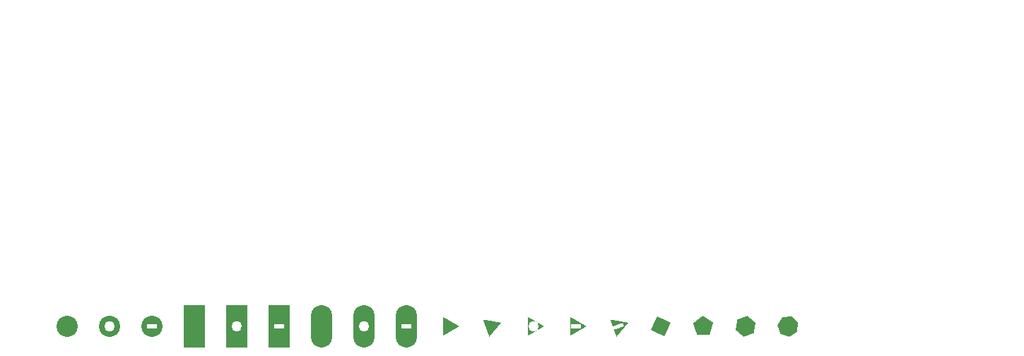
<source format=gts>
G04 not all apertures can be rotated an arbitrary angle, this file contains the others*
G75*
G70*
%OFA0B0*%
%FSLAX24Y24*%
%IPPOS*%
%LPD*%
%ADD10C,0*%
%ADD11C,0.1*%
%ADD12C,0.1X0.05*%
%ADD13C,0.1X0.05X0.02*%
%ADD14R,0.1X0.2*%
%ADD15R,0.1X0.2X0.05*%
%ADD16R,0.1X0.2X0.05X0.02*%
%ADD17O,0.1X0.2*%
%ADD18O,0.1X0.2X0.05*%
%ADD19O,0.1X0.2X0.05X0.02*%
%ADD20P,0.1X3*%
%ADD21P,0.1X3X20*%
%ADD22P,0.1X3X0X0.05*%
%ADD23P,0.1X3X0X0.05X0.02*%
%ADD24P,0.1X3X20X0.05X0.02*%
%ADD25P,0.1X4X20*%
%ADD26P,0.1X5X20*%
%ADD27P,0.1X6X20*%
%ADD28P,0.1X7X20*%
%AMM29*0 a comment*ADD29M29*%
%AMM30*1,1,0.1,0,0*ADD30M30*%
%AMM31*1,1,0.1,0.02,0.05*ADD31M31*%
%AMM32*2,1,0.01,0,0,0.05,0.1,0*ADD32M32*%
%AMM33*2,1,0.01,0,0,0.05,0.1,90*ADD33M33*%
%AMM34*20,1,0.01,0,0,0.05,0.1,0*ADD34M34*%
%AMM35*20,1,0.01,0,0,0.05,0.1,20*ADD35M35*%
%AMM36*21,1,0.1,0.01,0,0,0*ADD36M36*%
%AMM37*21,1,0.1,0.01,0.02,0.05,0*ADD37M37*%
%AMM38*21,1,0.1,0.01,0,0,20*ADD38M38*%
%AMM39*21,1,0.1,0.01,0.02,0.05,20*ADD39M39*%
%AMM40*22,1,0.1,0.01,0,0,0*ADD40M40*%
%AMM41*22,1,0.1,0.01,0.02,0.05,0*ADD41M41*%
%AMM42*22,1,0.1,0.01,0,0,20*ADD42M42*%
%AMM43*22,1,0.1,0.01,0.02,0.05,20*ADD43M43*%
%AMM44*4,1,4,0.00,0.01,0.04,0.06,0.07,0.04,0.06,0.00,0.00,0.01,0*ADD44M44*%
%AMM45*4,1,4,0.00,0.01,0.04,0.06,0.07,0.04,0.06,0.00,0.00,0.01,90*ADD45M45*%
%AMM46*5,1,3,0,0,0.1,0*ADD46M46*%
%AMM47*5,1,3,0.02,0.05,0.1,0*ADD47M47*%
%AMM48*5,1,3,0,0,0.1,20*ADD48M48*%
%AMM49*5,1,4,0,0,0.1,0*ADD49M49*%
%AMM50*5,1,5,0,0,0.1,0*ADD50M50*%
%AMM51*5,1,6,0,0,0.1,0*ADD51M51*%
%AMM52*5,1,7,0,0,0.1,0*ADD52M52*%
%AMM53*6,0,0,0.1,0.005,0.005,1,0.01,0.12,0*ADD53M53*%
%AMM54*6,0,0,0.1,0.005,0.005,2,0.01,0.12,0*ADD54M54*%
%AMM55*6,0,0,0.1,0.005,0.005,3,0.01,0.12,0*ADD55M55*%
%AMM56*6,0.02,0.05,0.1,0.01,0.015,2,0.01,0.12,0*ADD56M56*%
%AMM57*6,0,0,0.1,0.01,0.015,2,0.004,0.12,20*ADD57M57*%
%AMM58*6,0,0,0.1,0.06,0.015,10,0.01,0.12,0*ADD58M58*%
%AMM59*6,0,0,0.1,0.01,0.06,10,0.01,0.12,0*ADD59M59*%
%AMM60*7,0,0,0.1,0.075,0.04,0*ADD60M60*%
%AMM61*7,0.02,0.05,0.1,0.075,0.04,0*ADD61M61*%
%AMM62*7,0,0,0.1,0.075,0.04,20*ADD62M62*%
%AMM63*1,1,0.2,0,0*1,0,0.1,0,0*ADD63M63*%
%AMM64*1,1,0.2,0,0*1,0,0.1,0.02,0.05*ADD64M64*%
%AMM65*1,1,0.2,0,0*2,0,0.01,0,0,0.05,0.1,0*ADD65M65*%
%AMM66*1,1,0.2,0,0*2,0,0.01,0,0,0.05,0.1,90*ADD66M66*%
%AMM67*1,1,0.2,0,0*20,0,0.01,0,0,0.05,0.1,0*ADD67M67*%
%AMM68*1,1,0.2,0,0*20,0,0.01,0,0,0.05,0.1,20*ADD68M68*%
%AMM69*1,1,0.2,0,0*21,0,0.1,0.01,0,0,0*ADD69M69*%
%AMM70*1,1,0.2,0,0*21,0,0.1,0.01,0.02,0.05,0*ADD70M70*%
%AMM71*1,1,0.2,0,0*21,0,0.1,0.01,0,0,20*ADD71M71*%
%AMM72*1,1,0.2,0,0*21,0,0.1,0.01,0.02,0.05,20*ADD72M72*%
%AMM73*1,1,0.2,0,0*22,0,0.1,0.01,0,0,0*ADD73M73*%
%AMM74*1,1,0.2,0,0*22,0,0.1,0.01,0.02,0.05,0*ADD74M74*%
%AMM75*1,1,0.2,0,0*22,0,0.1,0.01,0,0,20*ADD75M75*%
%AMM76*1,1,0.2,0,0*22,0,0.1,0.01,0.02,0.05,20*ADD76M76*%
%AMM77*1,1,0.2,0,0*4,0,4,0.00,0.01,0.04,0.06,0.07,0.04,0.06,0.00,0.00,0.01,0*ADD77M77*%
%AMM78*1,1,0.2,0,0*4,0,4,0.00,0.01,0.04,0.06,0.07,0.04,0.06,0.00,0.00,0.01,90*ADD78M78*%
%AMM79*1,1,0.2,0,0*5,0,3,0,0,0.1,0*ADD79M79*%
%AMM80*1,1,0.2,0,0*5,0,3,0.02,0.05,0.1,0*ADD80M80*%
%AMM81*1,1,0.2,0,0*5,0,3,0,0,0.1,20*ADD81M81*%
%AMM82*1,1,0.2,0,0*5,0,4,0,0,0.1,0*ADD82M82*%
%AMM83*1,1,0.2,0,0*5,0,5,0,0,0.1,0*ADD83M83*%
%AMM84*1,1,0.2,0,0*5,0,6,0,0,0.1,0*ADD84M84*%
%AMM85*1,1,0.2,0,0*5,0,7,0,0,0.1,0*ADD85M85*%
%AMCOMPLEX*
0 a complex macro:*
$OD=0.2*
$ID=$ODx0.75*
$ANGLE=20*
0 an offset circle*
1,1,0.2,0.3,0*
0 an offset moire*
6,0.15,0.15,$OD,0.01,0.015,2,0.02,0.22,0*
0 an offset thermal*
7,0.15,-0.15,$OD,$ID,0.08,0*
0 a rotated thermal*
7,0,0,$OD,$ID,0.08,$ANGLE*
0 a rotated moire*
6,0,0,0.1,0.005,0.015,2,0.02,$OD x 1.1,$ANGLE*
0 a polygon hole covering the other primitives*
5,0,8,0.15,0,$OD,0*
ADD99COMPLEX*%
D10*X02000Y05000D03*
D11*X04000Y05000D03*
D12*X06000Y05000D03*
D13*X08000Y05000D03*
D14*X10000Y05000D03*
D15*X12000Y05000D03*
D16*X14000Y05000D03*
D17*X16000Y05000D03*
D18*X18000Y05000D03*
D19*X20000Y05000D03*
D20*X22000Y05000D03*
D21*X24000Y05000D03*
D22*X26000Y05000D03*
D23*X28000Y05000D03*
D24*X30000Y05000D03*
D25*X32000Y05000D03*
D26*X34000Y05000D03*
D27*X36000Y05000D03*
D28*X38000Y05000D03*
D29*X40000Y05000D03*
D30*X42000Y05000D03*
D31*X44000Y05000D03*
D32*X46000Y05000D03*
D33*X48000Y05000D03*
D34*X02000Y10000D03*
D35*X04000Y10000D03*
D36*X06000Y10000D03*
D37*X08000Y10000D03*
D38*X10000Y10000D03*
D39*X12000Y10000D03*
D40*X14000Y10000D03*
D41*X16000Y10000D03*
D42*X18000Y10000D03*
D43*X20000Y10000D03*
D44*X22000Y10000D03*
D45*X24000Y10000D03*
D46*X26000Y10000D03*
D47*X28000Y10000D03*
D48*X30000Y10000D03*
D49*X32000Y10000D03*
D50*X34000Y10000D03*
D51*X36000Y10000D03*
D52*X38000Y10000D03*
D53*X40000Y10000D03*
D54*X42000Y10000D03*
D55*X44000Y10000D03*
D10*X46000Y10000D03*
D57*X48000Y10000D03*
D58*X02000Y15000D03*
D59*X04000Y15000D03*
D60*X06000Y15000D03*
D10*X08000Y15000D03*
D62*X10000Y15000D03*
D63*X12000Y15000D03*
D64*X14000Y15000D03*
D65*X16000Y15000D03*
D66*X18000Y15000D03*
D67*X20000Y15000D03*
D68*X22000Y15000D03*
D69*X24000Y15000D03*
D70*X26000Y15000D03*
D71*X28000Y15000D03*
D72*X30000Y15000D03*
D73*X32000Y15000D03*
D74*X34000Y15000D03*
D75*X36000Y15000D03*
D76*X38000Y15000D03*
D77*X40000Y15000D03*
D78*X42000Y15000D03*
D79*X44000Y15000D03*
D80*X46000Y15000D03*
D81*X48000Y15000D03*
D82*X02000Y20000D03*
D83*X04000Y20000D03*
D84*X06000Y20000D03*
D85*X08000Y20000D03*
D10*X10000Y20000D03*
D10*X12000Y20000D03*
D10*X14000Y20000D03*
D10*X16000Y20000D03*
D10*X18000Y20000D03*
D10*X20000Y20000D03*
D10*X22000Y20000D03*
D10*X24000Y20000D03*
D10*X26000Y20000D03*
D10*X28000Y20000D03*
D10*X30000Y20000D03*
D10*X32000Y20000D03*
D10*X34000Y20000D03*
D10*X36000Y20000D03*
D10*X38000Y20000D03*
D10*X40000Y20000D03*
D10*X42000Y20000D03*
D10*X44000Y20000D03*
D10*X46000Y20000D03*
D10*X48000Y20000D03*
M02*

</source>
